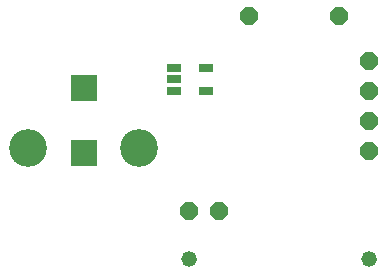
<source format=gts>
G75*
%MOIN*%
%OFA0B0*%
%FSLAX25Y25*%
%IPPOS*%
%LPD*%
%AMOC8*
5,1,8,0,0,1.08239X$1,22.5*
%
%ADD10OC8,0.06000*%
%ADD11R,0.05131X0.03162*%
%ADD12R,0.09068X0.09068*%
%ADD13C,0.12611*%
%ADD14C,0.05200*%
D10*
X0066600Y0026600D03*
X0076600Y0026600D03*
X0126600Y0046600D03*
X0126600Y0056600D03*
X0126600Y0066600D03*
X0126600Y0076600D03*
X0116600Y0091600D03*
X0086600Y0091600D03*
D11*
X0072230Y0074080D03*
X0072230Y0066600D03*
X0061600Y0066600D03*
X0061600Y0070340D03*
X0061600Y0074080D03*
D12*
X0031600Y0045773D03*
X0031600Y0067427D03*
D13*
X0013096Y0047584D03*
X0050104Y0047584D03*
D14*
X0066600Y0010600D03*
X0126600Y0010600D03*
M02*

</source>
